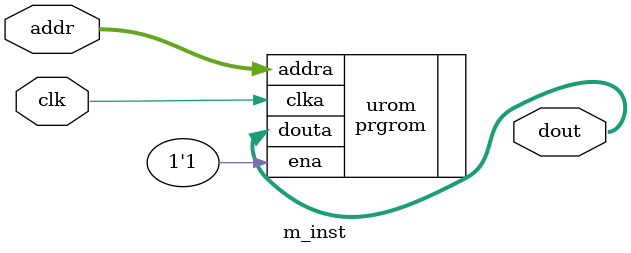
<source format=v>
module m_inst (
    input           clk,
    input  [13:0]   addr,
    output [31:0]   dout
);

    prgrom urom(
        .clka(clk),
        .addra(addr),
        .douta(dout),
        .ena(1'b1)
    );
    
endmodule
</source>
